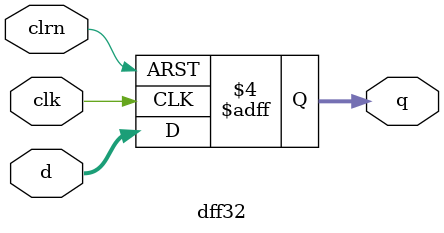
<source format=v>
module dff32 (d, clk, clrn, q);
    input [31:0] d;
    input clk, clrn;
    output [31:0] q;

    reg [31:0] q;
    initial
    begin
      q <= 0;
    end
    always @ (negedge clrn or posedge clk)
        if (clrn == 0) begin
          q <= 0;
        end else begin
          q <= d;
        end

endmodule

</source>
